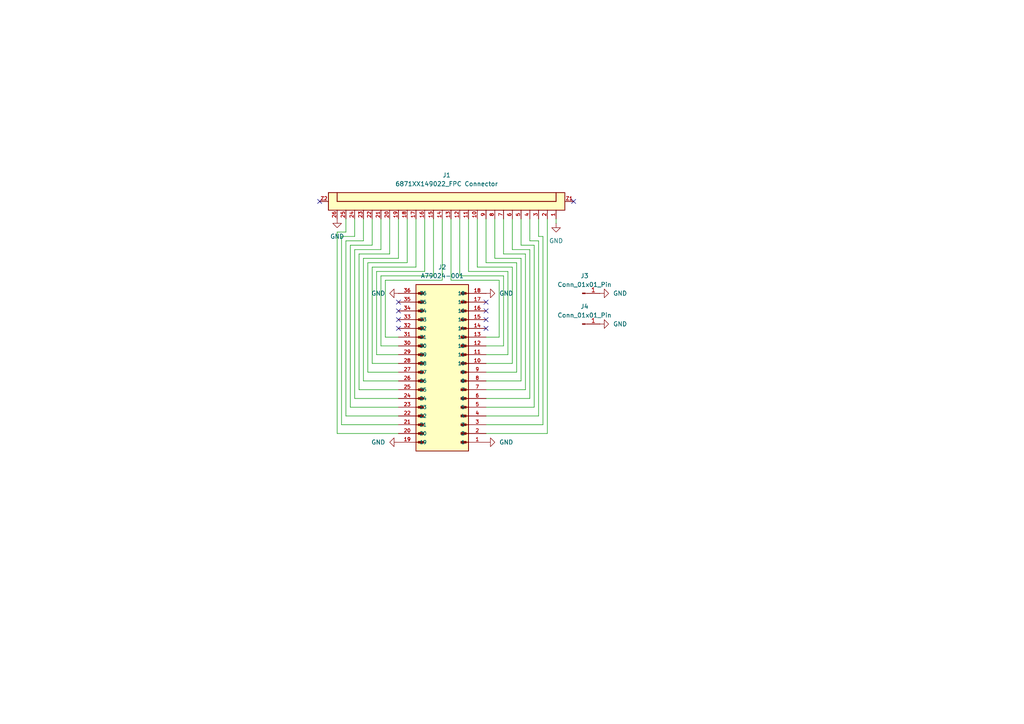
<source format=kicad_sch>
(kicad_sch
	(version 20250114)
	(generator "eeschema")
	(generator_version "9.0")
	(uuid "2c162d72-7e54-44b7-8007-614555c19f92")
	(paper "A4")
	(lib_symbols
		(symbol "36pin omnetics:A79024-001"
			(pin_names
				(offset 1.016)
			)
			(exclude_from_sim no)
			(in_bom yes)
			(on_board yes)
			(property "Reference" "J"
				(at -7.62 24.13 0)
				(effects
					(font
						(size 1.27 1.27)
					)
					(justify left bottom)
				)
			)
			(property "Value" "A79024-001"
				(at -7.62 -27.94 0)
				(effects
					(font
						(size 1.27 1.27)
					)
					(justify left bottom)
				)
			)
			(property "Footprint" "A79024-001:OMNETICS_A79024-001"
				(at 0 0 0)
				(effects
					(font
						(size 1.27 1.27)
					)
					(justify bottom)
					(hide yes)
				)
			)
			(property "Datasheet" ""
				(at 0 0 0)
				(effects
					(font
						(size 1.27 1.27)
					)
					(hide yes)
				)
			)
			(property "Description" ""
				(at 0 0 0)
				(effects
					(font
						(size 1.27 1.27)
					)
					(hide yes)
				)
			)
			(property "PARTREV" "D"
				(at 0 0 0)
				(effects
					(font
						(size 1.27 1.27)
					)
					(justify bottom)
					(hide yes)
				)
			)
			(property "STANDARD" "Manufacturer Recommendations"
				(at 0 0 0)
				(effects
					(font
						(size 1.27 1.27)
					)
					(justify bottom)
					(hide yes)
				)
			)
			(property "MAXIMUM_PACKAGE_HEIGHT" "1.78mm"
				(at 0 0 0)
				(effects
					(font
						(size 1.27 1.27)
					)
					(justify bottom)
					(hide yes)
				)
			)
			(property "MANUFACTURER" "Omnetics"
				(at 0 0 0)
				(effects
					(font
						(size 1.27 1.27)
					)
					(justify bottom)
					(hide yes)
				)
			)
			(symbol "A79024-001_0_0"
				(polyline
					(pts
						(xy -7.62 20.32) (xy -5.715 20.32)
					)
					(stroke
						(width 0.254)
						(type default)
					)
					(fill
						(type none)
					)
				)
				(polyline
					(pts
						(xy -7.62 17.78) (xy -5.715 17.78)
					)
					(stroke
						(width 0.254)
						(type default)
					)
					(fill
						(type none)
					)
				)
				(polyline
					(pts
						(xy -7.62 15.24) (xy -5.715 15.24)
					)
					(stroke
						(width 0.254)
						(type default)
					)
					(fill
						(type none)
					)
				)
				(polyline
					(pts
						(xy -7.62 12.7) (xy -5.715 12.7)
					)
					(stroke
						(width 0.254)
						(type default)
					)
					(fill
						(type none)
					)
				)
				(polyline
					(pts
						(xy -7.62 10.16) (xy -5.715 10.16)
					)
					(stroke
						(width 0.254)
						(type default)
					)
					(fill
						(type none)
					)
				)
				(polyline
					(pts
						(xy -7.62 7.62) (xy -5.715 7.62)
					)
					(stroke
						(width 0.254)
						(type default)
					)
					(fill
						(type none)
					)
				)
				(polyline
					(pts
						(xy -7.62 5.08) (xy -5.715 5.08)
					)
					(stroke
						(width 0.254)
						(type default)
					)
					(fill
						(type none)
					)
				)
				(polyline
					(pts
						(xy -7.62 2.54) (xy -5.715 2.54)
					)
					(stroke
						(width 0.254)
						(type default)
					)
					(fill
						(type none)
					)
				)
				(polyline
					(pts
						(xy -7.62 0) (xy -5.715 0)
					)
					(stroke
						(width 0.254)
						(type default)
					)
					(fill
						(type none)
					)
				)
				(polyline
					(pts
						(xy -7.62 -2.54) (xy -5.715 -2.54)
					)
					(stroke
						(width 0.254)
						(type default)
					)
					(fill
						(type none)
					)
				)
				(polyline
					(pts
						(xy -7.62 -5.08) (xy -5.715 -5.08)
					)
					(stroke
						(width 0.254)
						(type default)
					)
					(fill
						(type none)
					)
				)
				(polyline
					(pts
						(xy -7.62 -7.62) (xy -5.715 -7.62)
					)
					(stroke
						(width 0.254)
						(type default)
					)
					(fill
						(type none)
					)
				)
				(polyline
					(pts
						(xy -7.62 -10.16) (xy -5.715 -10.16)
					)
					(stroke
						(width 0.254)
						(type default)
					)
					(fill
						(type none)
					)
				)
				(polyline
					(pts
						(xy -7.62 -12.7) (xy -5.715 -12.7)
					)
					(stroke
						(width 0.254)
						(type default)
					)
					(fill
						(type none)
					)
				)
				(polyline
					(pts
						(xy -7.62 -15.24) (xy -5.715 -15.24)
					)
					(stroke
						(width 0.254)
						(type default)
					)
					(fill
						(type none)
					)
				)
				(polyline
					(pts
						(xy -7.62 -17.78) (xy -5.715 -17.78)
					)
					(stroke
						(width 0.254)
						(type default)
					)
					(fill
						(type none)
					)
				)
				(polyline
					(pts
						(xy -7.62 -20.32) (xy -5.715 -20.32)
					)
					(stroke
						(width 0.254)
						(type default)
					)
					(fill
						(type none)
					)
				)
				(polyline
					(pts
						(xy -7.62 -22.86) (xy -5.715 -22.86)
					)
					(stroke
						(width 0.254)
						(type default)
					)
					(fill
						(type none)
					)
				)
				(rectangle
					(start -7.62 -25.4)
					(end 7.62 22.86)
					(stroke
						(width 0.254)
						(type default)
					)
					(fill
						(type background)
					)
				)
				(rectangle
					(start -6.985 20.0025)
					(end -5.3975 20.6375)
					(stroke
						(width 0.1)
						(type default)
					)
					(fill
						(type outline)
					)
				)
				(rectangle
					(start -6.985 17.4625)
					(end -5.3975 18.0975)
					(stroke
						(width 0.1)
						(type default)
					)
					(fill
						(type outline)
					)
				)
				(rectangle
					(start -6.985 14.9225)
					(end -5.3975 15.5575)
					(stroke
						(width 0.1)
						(type default)
					)
					(fill
						(type outline)
					)
				)
				(rectangle
					(start -6.985 12.3825)
					(end -5.3975 13.0175)
					(stroke
						(width 0.1)
						(type default)
					)
					(fill
						(type outline)
					)
				)
				(rectangle
					(start -6.985 9.8425)
					(end -5.3975 10.4775)
					(stroke
						(width 0.1)
						(type default)
					)
					(fill
						(type outline)
					)
				)
				(rectangle
					(start -6.985 7.3025)
					(end -5.3975 7.9375)
					(stroke
						(width 0.1)
						(type default)
					)
					(fill
						(type outline)
					)
				)
				(rectangle
					(start -6.985 4.7625)
					(end -5.3975 5.3975)
					(stroke
						(width 0.1)
						(type default)
					)
					(fill
						(type outline)
					)
				)
				(rectangle
					(start -6.985 2.2225)
					(end -5.3975 2.8575)
					(stroke
						(width 0.1)
						(type default)
					)
					(fill
						(type outline)
					)
				)
				(rectangle
					(start -6.985 -0.3175)
					(end -5.3975 0.3175)
					(stroke
						(width 0.1)
						(type default)
					)
					(fill
						(type outline)
					)
				)
				(rectangle
					(start -6.985 -2.8575)
					(end -5.3975 -2.2225)
					(stroke
						(width 0.1)
						(type default)
					)
					(fill
						(type outline)
					)
				)
				(rectangle
					(start -6.985 -5.3975)
					(end -5.3975 -4.7625)
					(stroke
						(width 0.1)
						(type default)
					)
					(fill
						(type outline)
					)
				)
				(rectangle
					(start -6.985 -7.9375)
					(end -5.3975 -7.3025)
					(stroke
						(width 0.1)
						(type default)
					)
					(fill
						(type outline)
					)
				)
				(rectangle
					(start -6.985 -10.4775)
					(end -5.3975 -9.8425)
					(stroke
						(width 0.1)
						(type default)
					)
					(fill
						(type outline)
					)
				)
				(rectangle
					(start -6.985 -13.0175)
					(end -5.3975 -12.3825)
					(stroke
						(width 0.1)
						(type default)
					)
					(fill
						(type outline)
					)
				)
				(rectangle
					(start -6.985 -15.5575)
					(end -5.3975 -14.9225)
					(stroke
						(width 0.1)
						(type default)
					)
					(fill
						(type outline)
					)
				)
				(rectangle
					(start -6.985 -18.0975)
					(end -5.3975 -17.4625)
					(stroke
						(width 0.1)
						(type default)
					)
					(fill
						(type outline)
					)
				)
				(rectangle
					(start -6.985 -20.6375)
					(end -5.3975 -20.0025)
					(stroke
						(width 0.1)
						(type default)
					)
					(fill
						(type outline)
					)
				)
				(rectangle
					(start -6.985 -23.1775)
					(end -5.3975 -22.5425)
					(stroke
						(width 0.1)
						(type default)
					)
					(fill
						(type outline)
					)
				)
				(rectangle
					(start 5.3975 20.0025)
					(end 6.985 20.6375)
					(stroke
						(width 0.1)
						(type default)
					)
					(fill
						(type outline)
					)
				)
				(rectangle
					(start 5.3975 17.4625)
					(end 6.985 18.0975)
					(stroke
						(width 0.1)
						(type default)
					)
					(fill
						(type outline)
					)
				)
				(rectangle
					(start 5.3975 14.9225)
					(end 6.985 15.5575)
					(stroke
						(width 0.1)
						(type default)
					)
					(fill
						(type outline)
					)
				)
				(rectangle
					(start 5.3975 12.3825)
					(end 6.985 13.0175)
					(stroke
						(width 0.1)
						(type default)
					)
					(fill
						(type outline)
					)
				)
				(rectangle
					(start 5.3975 9.8425)
					(end 6.985 10.4775)
					(stroke
						(width 0.1)
						(type default)
					)
					(fill
						(type outline)
					)
				)
				(rectangle
					(start 5.3975 7.3025)
					(end 6.985 7.9375)
					(stroke
						(width 0.1)
						(type default)
					)
					(fill
						(type outline)
					)
				)
				(rectangle
					(start 5.3975 4.7625)
					(end 6.985 5.3975)
					(stroke
						(width 0.1)
						(type default)
					)
					(fill
						(type outline)
					)
				)
				(rectangle
					(start 5.3975 2.2225)
					(end 6.985 2.8575)
					(stroke
						(width 0.1)
						(type default)
					)
					(fill
						(type outline)
					)
				)
				(rectangle
					(start 5.3975 -0.3175)
					(end 6.985 0.3175)
					(stroke
						(width 0.1)
						(type default)
					)
					(fill
						(type outline)
					)
				)
				(rectangle
					(start 5.3975 -2.8575)
					(end 6.985 -2.2225)
					(stroke
						(width 0.1)
						(type default)
					)
					(fill
						(type outline)
					)
				)
				(rectangle
					(start 5.3975 -5.3975)
					(end 6.985 -4.7625)
					(stroke
						(width 0.1)
						(type default)
					)
					(fill
						(type outline)
					)
				)
				(rectangle
					(start 5.3975 -7.9375)
					(end 6.985 -7.3025)
					(stroke
						(width 0.1)
						(type default)
					)
					(fill
						(type outline)
					)
				)
				(rectangle
					(start 5.3975 -10.4775)
					(end 6.985 -9.8425)
					(stroke
						(width 0.1)
						(type default)
					)
					(fill
						(type outline)
					)
				)
				(rectangle
					(start 5.3975 -13.0175)
					(end 6.985 -12.3825)
					(stroke
						(width 0.1)
						(type default)
					)
					(fill
						(type outline)
					)
				)
				(rectangle
					(start 5.3975 -15.5575)
					(end 6.985 -14.9225)
					(stroke
						(width 0.1)
						(type default)
					)
					(fill
						(type outline)
					)
				)
				(rectangle
					(start 5.3975 -18.0975)
					(end 6.985 -17.4625)
					(stroke
						(width 0.1)
						(type default)
					)
					(fill
						(type outline)
					)
				)
				(rectangle
					(start 5.3975 -20.6375)
					(end 6.985 -20.0025)
					(stroke
						(width 0.1)
						(type default)
					)
					(fill
						(type outline)
					)
				)
				(rectangle
					(start 5.3975 -23.1775)
					(end 6.985 -22.5425)
					(stroke
						(width 0.1)
						(type default)
					)
					(fill
						(type outline)
					)
				)
				(polyline
					(pts
						(xy 7.62 20.32) (xy 5.715 20.32)
					)
					(stroke
						(width 0.254)
						(type default)
					)
					(fill
						(type none)
					)
				)
				(polyline
					(pts
						(xy 7.62 17.78) (xy 5.715 17.78)
					)
					(stroke
						(width 0.254)
						(type default)
					)
					(fill
						(type none)
					)
				)
				(polyline
					(pts
						(xy 7.62 15.24) (xy 5.715 15.24)
					)
					(stroke
						(width 0.254)
						(type default)
					)
					(fill
						(type none)
					)
				)
				(polyline
					(pts
						(xy 7.62 12.7) (xy 5.715 12.7)
					)
					(stroke
						(width 0.254)
						(type default)
					)
					(fill
						(type none)
					)
				)
				(polyline
					(pts
						(xy 7.62 10.16) (xy 5.715 10.16)
					)
					(stroke
						(width 0.254)
						(type default)
					)
					(fill
						(type none)
					)
				)
				(polyline
					(pts
						(xy 7.62 7.62) (xy 5.715 7.62)
					)
					(stroke
						(width 0.254)
						(type default)
					)
					(fill
						(type none)
					)
				)
				(polyline
					(pts
						(xy 7.62 5.08) (xy 5.715 5.08)
					)
					(stroke
						(width 0.254)
						(type default)
					)
					(fill
						(type none)
					)
				)
				(polyline
					(pts
						(xy 7.62 2.54) (xy 5.715 2.54)
					)
					(stroke
						(width 0.254)
						(type default)
					)
					(fill
						(type none)
					)
				)
				(polyline
					(pts
						(xy 7.62 0) (xy 5.715 0)
					)
					(stroke
						(width 0.254)
						(type default)
					)
					(fill
						(type none)
					)
				)
				(polyline
					(pts
						(xy 7.62 -2.54) (xy 5.715 -2.54)
					)
					(stroke
						(width 0.254)
						(type default)
					)
					(fill
						(type none)
					)
				)
				(polyline
					(pts
						(xy 7.62 -5.08) (xy 5.715 -5.08)
					)
					(stroke
						(width 0.254)
						(type default)
					)
					(fill
						(type none)
					)
				)
				(polyline
					(pts
						(xy 7.62 -7.62) (xy 5.715 -7.62)
					)
					(stroke
						(width 0.254)
						(type default)
					)
					(fill
						(type none)
					)
				)
				(polyline
					(pts
						(xy 7.62 -10.16) (xy 5.715 -10.16)
					)
					(stroke
						(width 0.254)
						(type default)
					)
					(fill
						(type none)
					)
				)
				(polyline
					(pts
						(xy 7.62 -12.7) (xy 5.715 -12.7)
					)
					(stroke
						(width 0.254)
						(type default)
					)
					(fill
						(type none)
					)
				)
				(polyline
					(pts
						(xy 7.62 -15.24) (xy 5.715 -15.24)
					)
					(stroke
						(width 0.254)
						(type default)
					)
					(fill
						(type none)
					)
				)
				(polyline
					(pts
						(xy 7.62 -17.78) (xy 5.715 -17.78)
					)
					(stroke
						(width 0.254)
						(type default)
					)
					(fill
						(type none)
					)
				)
				(polyline
					(pts
						(xy 7.62 -20.32) (xy 5.715 -20.32)
					)
					(stroke
						(width 0.254)
						(type default)
					)
					(fill
						(type none)
					)
				)
				(polyline
					(pts
						(xy 7.62 -22.86) (xy 5.715 -22.86)
					)
					(stroke
						(width 0.254)
						(type default)
					)
					(fill
						(type none)
					)
				)
				(pin passive line
					(at -12.7 20.32 0)
					(length 5.08)
					(name "1"
						(effects
							(font
								(size 1.016 1.016)
							)
						)
					)
					(number "1"
						(effects
							(font
								(size 1.016 1.016)
							)
						)
					)
				)
				(pin passive line
					(at -12.7 17.78 0)
					(length 5.08)
					(name "2"
						(effects
							(font
								(size 1.016 1.016)
							)
						)
					)
					(number "2"
						(effects
							(font
								(size 1.016 1.016)
							)
						)
					)
				)
				(pin passive line
					(at -12.7 15.24 0)
					(length 5.08)
					(name "3"
						(effects
							(font
								(size 1.016 1.016)
							)
						)
					)
					(number "3"
						(effects
							(font
								(size 1.016 1.016)
							)
						)
					)
				)
				(pin passive line
					(at -12.7 12.7 0)
					(length 5.08)
					(name "4"
						(effects
							(font
								(size 1.016 1.016)
							)
						)
					)
					(number "4"
						(effects
							(font
								(size 1.016 1.016)
							)
						)
					)
				)
				(pin passive line
					(at -12.7 10.16 0)
					(length 5.08)
					(name "5"
						(effects
							(font
								(size 1.016 1.016)
							)
						)
					)
					(number "5"
						(effects
							(font
								(size 1.016 1.016)
							)
						)
					)
				)
				(pin passive line
					(at -12.7 7.62 0)
					(length 5.08)
					(name "6"
						(effects
							(font
								(size 1.016 1.016)
							)
						)
					)
					(number "6"
						(effects
							(font
								(size 1.016 1.016)
							)
						)
					)
				)
				(pin passive line
					(at -12.7 5.08 0)
					(length 5.08)
					(name "7"
						(effects
							(font
								(size 1.016 1.016)
							)
						)
					)
					(number "7"
						(effects
							(font
								(size 1.016 1.016)
							)
						)
					)
				)
				(pin passive line
					(at -12.7 2.54 0)
					(length 5.08)
					(name "8"
						(effects
							(font
								(size 1.016 1.016)
							)
						)
					)
					(number "8"
						(effects
							(font
								(size 1.016 1.016)
							)
						)
					)
				)
				(pin passive line
					(at -12.7 0 0)
					(length 5.08)
					(name "9"
						(effects
							(font
								(size 1.016 1.016)
							)
						)
					)
					(number "9"
						(effects
							(font
								(size 1.016 1.016)
							)
						)
					)
				)
				(pin passive line
					(at -12.7 -2.54 0)
					(length 5.08)
					(name "10"
						(effects
							(font
								(size 1.016 1.016)
							)
						)
					)
					(number "10"
						(effects
							(font
								(size 1.016 1.016)
							)
						)
					)
				)
				(pin passive line
					(at -12.7 -5.08 0)
					(length 5.08)
					(name "11"
						(effects
							(font
								(size 1.016 1.016)
							)
						)
					)
					(number "11"
						(effects
							(font
								(size 1.016 1.016)
							)
						)
					)
				)
				(pin passive line
					(at -12.7 -7.62 0)
					(length 5.08)
					(name "12"
						(effects
							(font
								(size 1.016 1.016)
							)
						)
					)
					(number "12"
						(effects
							(font
								(size 1.016 1.016)
							)
						)
					)
				)
				(pin passive line
					(at -12.7 -10.16 0)
					(length 5.08)
					(name "13"
						(effects
							(font
								(size 1.016 1.016)
							)
						)
					)
					(number "13"
						(effects
							(font
								(size 1.016 1.016)
							)
						)
					)
				)
				(pin passive line
					(at -12.7 -12.7 0)
					(length 5.08)
					(name "14"
						(effects
							(font
								(size 1.016 1.016)
							)
						)
					)
					(number "14"
						(effects
							(font
								(size 1.016 1.016)
							)
						)
					)
				)
				(pin passive line
					(at -12.7 -15.24 0)
					(length 5.08)
					(name "15"
						(effects
							(font
								(size 1.016 1.016)
							)
						)
					)
					(number "15"
						(effects
							(font
								(size 1.016 1.016)
							)
						)
					)
				)
				(pin passive line
					(at -12.7 -17.78 0)
					(length 5.08)
					(name "16"
						(effects
							(font
								(size 1.016 1.016)
							)
						)
					)
					(number "16"
						(effects
							(font
								(size 1.016 1.016)
							)
						)
					)
				)
				(pin passive line
					(at -12.7 -20.32 0)
					(length 5.08)
					(name "17"
						(effects
							(font
								(size 1.016 1.016)
							)
						)
					)
					(number "17"
						(effects
							(font
								(size 1.016 1.016)
							)
						)
					)
				)
				(pin passive line
					(at -12.7 -22.86 0)
					(length 5.08)
					(name "18"
						(effects
							(font
								(size 1.016 1.016)
							)
						)
					)
					(number "18"
						(effects
							(font
								(size 1.016 1.016)
							)
						)
					)
				)
				(pin passive line
					(at 12.7 20.32 180)
					(length 5.08)
					(name "19"
						(effects
							(font
								(size 1.016 1.016)
							)
						)
					)
					(number "19"
						(effects
							(font
								(size 1.016 1.016)
							)
						)
					)
				)
				(pin passive line
					(at 12.7 17.78 180)
					(length 5.08)
					(name "20"
						(effects
							(font
								(size 1.016 1.016)
							)
						)
					)
					(number "20"
						(effects
							(font
								(size 1.016 1.016)
							)
						)
					)
				)
				(pin passive line
					(at 12.7 15.24 180)
					(length 5.08)
					(name "21"
						(effects
							(font
								(size 1.016 1.016)
							)
						)
					)
					(number "21"
						(effects
							(font
								(size 1.016 1.016)
							)
						)
					)
				)
				(pin passive line
					(at 12.7 12.7 180)
					(length 5.08)
					(name "22"
						(effects
							(font
								(size 1.016 1.016)
							)
						)
					)
					(number "22"
						(effects
							(font
								(size 1.016 1.016)
							)
						)
					)
				)
				(pin passive line
					(at 12.7 10.16 180)
					(length 5.08)
					(name "23"
						(effects
							(font
								(size 1.016 1.016)
							)
						)
					)
					(number "23"
						(effects
							(font
								(size 1.016 1.016)
							)
						)
					)
				)
				(pin passive line
					(at 12.7 7.62 180)
					(length 5.08)
					(name "24"
						(effects
							(font
								(size 1.016 1.016)
							)
						)
					)
					(number "24"
						(effects
							(font
								(size 1.016 1.016)
							)
						)
					)
				)
				(pin passive line
					(at 12.7 5.08 180)
					(length 5.08)
					(name "25"
						(effects
							(font
								(size 1.016 1.016)
							)
						)
					)
					(number "25"
						(effects
							(font
								(size 1.016 1.016)
							)
						)
					)
				)
				(pin passive line
					(at 12.7 2.54 180)
					(length 5.08)
					(name "26"
						(effects
							(font
								(size 1.016 1.016)
							)
						)
					)
					(number "26"
						(effects
							(font
								(size 1.016 1.016)
							)
						)
					)
				)
				(pin passive line
					(at 12.7 0 180)
					(length 5.08)
					(name "27"
						(effects
							(font
								(size 1.016 1.016)
							)
						)
					)
					(number "27"
						(effects
							(font
								(size 1.016 1.016)
							)
						)
					)
				)
				(pin passive line
					(at 12.7 -2.54 180)
					(length 5.08)
					(name "28"
						(effects
							(font
								(size 1.016 1.016)
							)
						)
					)
					(number "28"
						(effects
							(font
								(size 1.016 1.016)
							)
						)
					)
				)
				(pin passive line
					(at 12.7 -5.08 180)
					(length 5.08)
					(name "29"
						(effects
							(font
								(size 1.016 1.016)
							)
						)
					)
					(number "29"
						(effects
							(font
								(size 1.016 1.016)
							)
						)
					)
				)
				(pin passive line
					(at 12.7 -7.62 180)
					(length 5.08)
					(name "30"
						(effects
							(font
								(size 1.016 1.016)
							)
						)
					)
					(number "30"
						(effects
							(font
								(size 1.016 1.016)
							)
						)
					)
				)
				(pin passive line
					(at 12.7 -10.16 180)
					(length 5.08)
					(name "31"
						(effects
							(font
								(size 1.016 1.016)
							)
						)
					)
					(number "31"
						(effects
							(font
								(size 1.016 1.016)
							)
						)
					)
				)
				(pin passive line
					(at 12.7 -12.7 180)
					(length 5.08)
					(name "32"
						(effects
							(font
								(size 1.016 1.016)
							)
						)
					)
					(number "32"
						(effects
							(font
								(size 1.016 1.016)
							)
						)
					)
				)
				(pin passive line
					(at 12.7 -15.24 180)
					(length 5.08)
					(name "33"
						(effects
							(font
								(size 1.016 1.016)
							)
						)
					)
					(number "33"
						(effects
							(font
								(size 1.016 1.016)
							)
						)
					)
				)
				(pin passive line
					(at 12.7 -17.78 180)
					(length 5.08)
					(name "34"
						(effects
							(font
								(size 1.016 1.016)
							)
						)
					)
					(number "34"
						(effects
							(font
								(size 1.016 1.016)
							)
						)
					)
				)
				(pin passive line
					(at 12.7 -20.32 180)
					(length 5.08)
					(name "35"
						(effects
							(font
								(size 1.016 1.016)
							)
						)
					)
					(number "35"
						(effects
							(font
								(size 1.016 1.016)
							)
						)
					)
				)
				(pin passive line
					(at 12.7 -22.86 180)
					(length 5.08)
					(name "36"
						(effects
							(font
								(size 1.016 1.016)
							)
						)
					)
					(number "36"
						(effects
							(font
								(size 1.016 1.016)
							)
						)
					)
				)
			)
			(embedded_fonts no)
		)
		(symbol "6871XX149022_687126149022:6871XX149022_FPC Connector"
			(pin_names
				(offset 1.016)
			)
			(exclude_from_sim no)
			(in_bom yes)
			(on_board yes)
			(property "Reference" "J"
				(at -1.27 3.048 0)
				(effects
					(font
						(size 1.27 1.27)
					)
					(justify bottom)
				)
			)
			(property "Value" "6871XX149022_FPC Connector"
				(at 31.45 -5.08 0)
				(effects
					(font
						(size 1.27 1.27)
					)
					(justify left bottom)
				)
			)
			(property "Footprint" "6871XX149022_687126149022:687126149022"
				(at 0 0 0)
				(effects
					(font
						(size 1.27 1.27)
					)
					(justify bottom)
					(hide yes)
				)
			)
			(property "Datasheet" ""
				(at 0 0 0)
				(effects
					(font
						(size 1.27 1.27)
					)
					(hide yes)
				)
			)
			(property "Description" ""
				(at 0 0 0)
				(effects
					(font
						(size 1.27 1.27)
					)
					(hide yes)
				)
			)
			(property "MF" "Würth Elektronik"
				(at 0 0 0)
				(effects
					(font
						(size 1.27 1.27)
					)
					(justify bottom)
					(hide yes)
				)
			)
			(property "Description_1" "26 Position FFC, FPC Connector Contacts, Bottom 0.020 (0.50mm) Surface Mount, Right Angle"
				(at 0 0 0)
				(effects
					(font
						(size 1.27 1.27)
					)
					(justify bottom)
					(hide yes)
				)
			)
			(property "Package" "None"
				(at 0 0 0)
				(effects
					(font
						(size 1.27 1.27)
					)
					(justify bottom)
					(hide yes)
				)
			)
			(property "Price" "None"
				(at 0 0 0)
				(effects
					(font
						(size 1.27 1.27)
					)
					(justify bottom)
					(hide yes)
				)
			)
			(property "SnapEDA_Link" "https://www.snapeda.com/parts/687126149022/W%25C3%25BCrth+Elektronik+Midcom/view-part/?ref=snap"
				(at -0.508 6.604 0)
				(effects
					(font
						(size 1.27 1.27)
					)
					(justify bottom)
					(hide yes)
				)
			)
			(property "MP" "687126149022"
				(at 0 0 0)
				(effects
					(font
						(size 1.27 1.27)
					)
					(justify bottom)
					(hide yes)
				)
			)
			(property "Availability" "In Stock"
				(at 0 0 0)
				(effects
					(font
						(size 1.27 1.27)
					)
					(justify bottom)
					(hide yes)
				)
			)
			(property "Check_prices" "https://www.snapeda.com/parts/687126149022/W%25C3%25BCrth+Elektronik+Midcom/view-part/?ref=eda"
				(at -2.54 4.064 0)
				(effects
					(font
						(size 1.27 1.27)
					)
					(justify bottom)
					(hide yes)
				)
			)
			(symbol "6871XX149022_FPC Connector_0_0"
				(rectangle
					(start -35.56 -2.54)
					(end 33.02 2.54)
					(stroke
						(width 0.254)
						(type default)
					)
					(fill
						(type background)
					)
				)
				(polyline
					(pts
						(xy -33.02 2.54) (xy -33.02 0)
					)
					(stroke
						(width 0.254)
						(type default)
					)
					(fill
						(type none)
					)
				)
				(polyline
					(pts
						(xy -33.02 0) (xy 30.48 0)
					)
					(stroke
						(width 0.254)
						(type default)
					)
					(fill
						(type none)
					)
				)
				(polyline
					(pts
						(xy 30.48 0) (xy 30.48 2.54)
					)
					(stroke
						(width 0.254)
						(type default)
					)
					(fill
						(type none)
					)
				)
				(pin passive line
					(at -38.1 0 0)
					(length 2.54)
					(name "~"
						(effects
							(font
								(size 1.016 1.016)
							)
						)
					)
					(number "Z2"
						(effects
							(font
								(size 1.016 1.016)
							)
						)
					)
				)
				(pin passive line
					(at -33.02 -5.08 90)
					(length 2.54)
					(name "~"
						(effects
							(font
								(size 1.016 1.016)
							)
						)
					)
					(number "26"
						(effects
							(font
								(size 1.016 1.016)
							)
						)
					)
				)
				(pin passive line
					(at -30.48 -5.08 90)
					(length 2.54)
					(name "~"
						(effects
							(font
								(size 1.016 1.016)
							)
						)
					)
					(number "25"
						(effects
							(font
								(size 1.016 1.016)
							)
						)
					)
				)
				(pin passive line
					(at -27.94 -5.08 90)
					(length 2.54)
					(name "~"
						(effects
							(font
								(size 1.016 1.016)
							)
						)
					)
					(number "24"
						(effects
							(font
								(size 1.016 1.016)
							)
						)
					)
				)
				(pin passive line
					(at -25.4 -5.08 90)
					(length 2.54)
					(name "~"
						(effects
							(font
								(size 1.016 1.016)
							)
						)
					)
					(number "23"
						(effects
							(font
								(size 1.016 1.016)
							)
						)
					)
				)
				(pin passive line
					(at -22.86 -5.08 90)
					(length 2.54)
					(name "~"
						(effects
							(font
								(size 1.016 1.016)
							)
						)
					)
					(number "22"
						(effects
							(font
								(size 1.016 1.016)
							)
						)
					)
				)
				(pin passive line
					(at -20.32 -5.08 90)
					(length 2.54)
					(name "~"
						(effects
							(font
								(size 1.016 1.016)
							)
						)
					)
					(number "21"
						(effects
							(font
								(size 1.016 1.016)
							)
						)
					)
				)
				(pin passive line
					(at -17.78 -5.08 90)
					(length 2.54)
					(name "~"
						(effects
							(font
								(size 1.016 1.016)
							)
						)
					)
					(number "20"
						(effects
							(font
								(size 1.016 1.016)
							)
						)
					)
				)
				(pin passive line
					(at -15.24 -5.08 90)
					(length 2.54)
					(name "~"
						(effects
							(font
								(size 1.016 1.016)
							)
						)
					)
					(number "19"
						(effects
							(font
								(size 1.016 1.016)
							)
						)
					)
				)
				(pin passive line
					(at -12.7 -5.08 90)
					(length 2.54)
					(name "~"
						(effects
							(font
								(size 1.016 1.016)
							)
						)
					)
					(number "18"
						(effects
							(font
								(size 1.016 1.016)
							)
						)
					)
				)
				(pin passive line
					(at -10.16 -5.08 90)
					(length 2.54)
					(name "~"
						(effects
							(font
								(size 1.016 1.016)
							)
						)
					)
					(number "17"
						(effects
							(font
								(size 1.016 1.016)
							)
						)
					)
				)
				(pin passive line
					(at -7.62 -5.08 90)
					(length 2.54)
					(name "~"
						(effects
							(font
								(size 1.016 1.016)
							)
						)
					)
					(number "16"
						(effects
							(font
								(size 1.016 1.016)
							)
						)
					)
				)
				(pin passive line
					(at -5.08 -5.08 90)
					(length 2.54)
					(name "~"
						(effects
							(font
								(size 1.016 1.016)
							)
						)
					)
					(number "15"
						(effects
							(font
								(size 1.016 1.016)
							)
						)
					)
				)
				(pin passive line
					(at -2.54 -5.08 90)
					(length 2.54)
					(name "~"
						(effects
							(font
								(size 1.016 1.016)
							)
						)
					)
					(number "14"
						(effects
							(font
								(size 1.016 1.016)
							)
						)
					)
				)
				(pin passive line
					(at 0 -5.08 90)
					(length 2.54)
					(name "~"
						(effects
							(font
								(size 1.016 1.016)
							)
						)
					)
					(number "13"
						(effects
							(font
								(size 1.016 1.016)
							)
						)
					)
				)
				(pin passive line
					(at 2.54 -5.08 90)
					(length 2.54)
					(name "~"
						(effects
							(font
								(size 1.016 1.016)
							)
						)
					)
					(number "12"
						(effects
							(font
								(size 1.016 1.016)
							)
						)
					)
				)
				(pin passive line
					(at 5.08 -5.08 90)
					(length 2.54)
					(name "~"
						(effects
							(font
								(size 1.016 1.016)
							)
						)
					)
					(number "11"
						(effects
							(font
								(size 1.016 1.016)
							)
						)
					)
				)
				(pin passive line
					(at 7.62 -5.08 90)
					(length 2.54)
					(name "~"
						(effects
							(font
								(size 1.016 1.016)
							)
						)
					)
					(number "10"
						(effects
							(font
								(size 1.016 1.016)
							)
						)
					)
				)
				(pin passive line
					(at 10.16 -5.08 90)
					(length 2.54)
					(name "~"
						(effects
							(font
								(size 1.016 1.016)
							)
						)
					)
					(number "9"
						(effects
							(font
								(size 1.016 1.016)
							)
						)
					)
				)
				(pin passive line
					(at 12.7 -5.08 90)
					(length 2.54)
					(name "~"
						(effects
							(font
								(size 1.016 1.016)
							)
						)
					)
					(number "8"
						(effects
							(font
								(size 1.016 1.016)
							)
						)
					)
				)
				(pin passive line
					(at 15.24 -5.08 90)
					(length 2.54)
					(name "~"
						(effects
							(font
								(size 1.016 1.016)
							)
						)
					)
					(number "7"
						(effects
							(font
								(size 1.016 1.016)
							)
						)
					)
				)
				(pin passive line
					(at 17.78 -5.08 90)
					(length 2.54)
					(name "~"
						(effects
							(font
								(size 1.016 1.016)
							)
						)
					)
					(number "6"
						(effects
							(font
								(size 1.016 1.016)
							)
						)
					)
				)
				(pin passive line
					(at 20.32 -5.08 90)
					(length 2.54)
					(name "~"
						(effects
							(font
								(size 1.016 1.016)
							)
						)
					)
					(number "5"
						(effects
							(font
								(size 1.016 1.016)
							)
						)
					)
				)
				(pin passive line
					(at 22.86 -5.08 90)
					(length 2.54)
					(name "~"
						(effects
							(font
								(size 1.016 1.016)
							)
						)
					)
					(number "4"
						(effects
							(font
								(size 1.016 1.016)
							)
						)
					)
				)
				(pin passive line
					(at 25.4 -5.08 90)
					(length 2.54)
					(name "~"
						(effects
							(font
								(size 1.016 1.016)
							)
						)
					)
					(number "3"
						(effects
							(font
								(size 1.016 1.016)
							)
						)
					)
				)
				(pin passive line
					(at 27.94 -5.08 90)
					(length 2.54)
					(name "~"
						(effects
							(font
								(size 1.016 1.016)
							)
						)
					)
					(number "2"
						(effects
							(font
								(size 1.016 1.016)
							)
						)
					)
				)
				(pin passive line
					(at 30.48 -5.08 90)
					(length 2.54)
					(name "~"
						(effects
							(font
								(size 1.016 1.016)
							)
						)
					)
					(number "1"
						(effects
							(font
								(size 1.016 1.016)
							)
						)
					)
				)
				(pin passive line
					(at 35.56 0 180)
					(length 2.54)
					(name "~"
						(effects
							(font
								(size 1.016 1.016)
							)
						)
					)
					(number "Z1"
						(effects
							(font
								(size 1.016 1.016)
							)
						)
					)
				)
			)
			(embedded_fonts no)
		)
		(symbol "Connector:Conn_01x01_Pin"
			(pin_names
				(offset 1.016)
				(hide yes)
			)
			(exclude_from_sim no)
			(in_bom yes)
			(on_board yes)
			(property "Reference" "J"
				(at 0 2.54 0)
				(effects
					(font
						(size 1.27 1.27)
					)
				)
			)
			(property "Value" "Conn_01x01_Pin"
				(at 0 -2.54 0)
				(effects
					(font
						(size 1.27 1.27)
					)
				)
			)
			(property "Footprint" ""
				(at 0 0 0)
				(effects
					(font
						(size 1.27 1.27)
					)
					(hide yes)
				)
			)
			(property "Datasheet" "~"
				(at 0 0 0)
				(effects
					(font
						(size 1.27 1.27)
					)
					(hide yes)
				)
			)
			(property "Description" "Generic connector, single row, 01x01, script generated"
				(at 0 0 0)
				(effects
					(font
						(size 1.27 1.27)
					)
					(hide yes)
				)
			)
			(property "ki_locked" ""
				(at 0 0 0)
				(effects
					(font
						(size 1.27 1.27)
					)
				)
			)
			(property "ki_keywords" "connector"
				(at 0 0 0)
				(effects
					(font
						(size 1.27 1.27)
					)
					(hide yes)
				)
			)
			(property "ki_fp_filters" "Connector*:*_1x??_*"
				(at 0 0 0)
				(effects
					(font
						(size 1.27 1.27)
					)
					(hide yes)
				)
			)
			(symbol "Conn_01x01_Pin_1_1"
				(rectangle
					(start 0.8636 0.127)
					(end 0 -0.127)
					(stroke
						(width 0.1524)
						(type default)
					)
					(fill
						(type outline)
					)
				)
				(polyline
					(pts
						(xy 1.27 0) (xy 0.8636 0)
					)
					(stroke
						(width 0.1524)
						(type default)
					)
					(fill
						(type none)
					)
				)
				(pin passive line
					(at 5.08 0 180)
					(length 3.81)
					(name "Pin_1"
						(effects
							(font
								(size 1.27 1.27)
							)
						)
					)
					(number "1"
						(effects
							(font
								(size 1.27 1.27)
							)
						)
					)
				)
			)
			(embedded_fonts no)
		)
		(symbol "power:GND"
			(power)
			(pin_numbers
				(hide yes)
			)
			(pin_names
				(offset 0)
				(hide yes)
			)
			(exclude_from_sim no)
			(in_bom yes)
			(on_board yes)
			(property "Reference" "#PWR"
				(at 0 -6.35 0)
				(effects
					(font
						(size 1.27 1.27)
					)
					(hide yes)
				)
			)
			(property "Value" "GND"
				(at 0 -3.81 0)
				(effects
					(font
						(size 1.27 1.27)
					)
				)
			)
			(property "Footprint" ""
				(at 0 0 0)
				(effects
					(font
						(size 1.27 1.27)
					)
					(hide yes)
				)
			)
			(property "Datasheet" ""
				(at 0 0 0)
				(effects
					(font
						(size 1.27 1.27)
					)
					(hide yes)
				)
			)
			(property "Description" "Power symbol creates a global label with name \"GND\" , ground"
				(at 0 0 0)
				(effects
					(font
						(size 1.27 1.27)
					)
					(hide yes)
				)
			)
			(property "ki_keywords" "global power"
				(at 0 0 0)
				(effects
					(font
						(size 1.27 1.27)
					)
					(hide yes)
				)
			)
			(symbol "GND_0_1"
				(polyline
					(pts
						(xy 0 0) (xy 0 -1.27) (xy 1.27 -1.27) (xy 0 -2.54) (xy -1.27 -1.27) (xy 0 -1.27)
					)
					(stroke
						(width 0)
						(type default)
					)
					(fill
						(type none)
					)
				)
			)
			(symbol "GND_1_1"
				(pin power_in line
					(at 0 0 270)
					(length 0)
					(name "~"
						(effects
							(font
								(size 1.27 1.27)
							)
						)
					)
					(number "1"
						(effects
							(font
								(size 1.27 1.27)
							)
						)
					)
				)
			)
			(embedded_fonts no)
		)
	)
	(no_connect
		(at 115.57 95.25)
		(uuid "37cca4b2-acc6-49ec-b42e-ef88d011f3ae")
	)
	(no_connect
		(at 115.57 87.63)
		(uuid "3f688a5c-613e-421b-8e56-232fc5b47e84")
	)
	(no_connect
		(at 140.97 95.25)
		(uuid "41dbd983-5452-4073-87d9-49af86cc743e")
	)
	(no_connect
		(at 115.57 92.71)
		(uuid "6159e8d1-b2ea-42ff-9b78-5305efe0d53f")
	)
	(no_connect
		(at 115.57 90.17)
		(uuid "66d2c407-581a-4291-9230-d618fd23b962")
	)
	(no_connect
		(at 166.37 58.42)
		(uuid "75dbf61b-f133-4d23-b023-8d54b4607491")
	)
	(no_connect
		(at 140.97 92.71)
		(uuid "876afef3-ff72-474b-b966-8844b6ab834e")
	)
	(no_connect
		(at 140.97 87.63)
		(uuid "95c2f2d5-1771-4b5c-9860-b29f0127e4dc")
	)
	(no_connect
		(at 140.97 90.17)
		(uuid "b6fd15e9-d5f0-437f-b124-0b7745aded56")
	)
	(no_connect
		(at 92.71 58.42)
		(uuid "c5e1bb6a-2e05-4a23-a275-247b5e662ce3")
	)
	(wire
		(pts
			(xy 130.81 81.28) (xy 144.78 81.28)
		)
		(stroke
			(width 0)
			(type default)
		)
		(uuid "01332d30-3abf-46b4-8fcc-0dcca88b8fa4")
	)
	(wire
		(pts
			(xy 156.21 120.65) (xy 156.21 69.85)
		)
		(stroke
			(width 0)
			(type default)
		)
		(uuid "04606b35-95b8-4ab2-bf36-c4274d11734d")
	)
	(wire
		(pts
			(xy 115.57 105.41) (xy 107.95 105.41)
		)
		(stroke
			(width 0)
			(type default)
		)
		(uuid "0661103b-343b-428d-b345-382ad1d9fa9b")
	)
	(wire
		(pts
			(xy 105.41 69.85) (xy 105.41 63.5)
		)
		(stroke
			(width 0)
			(type default)
		)
		(uuid "0a60618a-474c-4a10-b5f5-2f00302e76f9")
	)
	(wire
		(pts
			(xy 110.49 100.33) (xy 110.49 80.01)
		)
		(stroke
			(width 0)
			(type default)
		)
		(uuid "0a93230d-ceec-4cb4-96f8-a71fe182186a")
	)
	(wire
		(pts
			(xy 153.67 72.39) (xy 148.59 72.39)
		)
		(stroke
			(width 0)
			(type default)
		)
		(uuid "0c4a0f50-0709-4646-9d35-b5c262b73fb3")
	)
	(wire
		(pts
			(xy 100.33 69.85) (xy 105.41 69.85)
		)
		(stroke
			(width 0)
			(type default)
		)
		(uuid "1016a02f-80b6-41bb-8d87-bbb640085d57")
	)
	(wire
		(pts
			(xy 153.67 115.57) (xy 153.67 72.39)
		)
		(stroke
			(width 0)
			(type default)
		)
		(uuid "15cee588-bd52-4e38-9fd5-005f8b76929e")
	)
	(wire
		(pts
			(xy 146.05 100.33) (xy 146.05 80.01)
		)
		(stroke
			(width 0)
			(type default)
		)
		(uuid "1a646ccc-b7ca-4cf9-9a84-15eec1ae5a8f")
	)
	(wire
		(pts
			(xy 107.95 105.41) (xy 107.95 77.47)
		)
		(stroke
			(width 0)
			(type default)
		)
		(uuid "1d81ab8d-8fd5-4cd0-871d-fef40e956608")
	)
	(wire
		(pts
			(xy 128.27 81.28) (xy 111.76 81.28)
		)
		(stroke
			(width 0)
			(type default)
		)
		(uuid "1edb9c9f-a015-4c95-8253-510999b6e92b")
	)
	(wire
		(pts
			(xy 151.13 63.5) (xy 151.13 71.12)
		)
		(stroke
			(width 0)
			(type default)
		)
		(uuid "23c3e77c-55f3-4f69-9924-d485ebe1040f")
	)
	(wire
		(pts
			(xy 140.97 110.49) (xy 151.13 110.49)
		)
		(stroke
			(width 0)
			(type default)
		)
		(uuid "2450320f-b5fc-438c-9338-3259e2eea71f")
	)
	(wire
		(pts
			(xy 143.51 74.93) (xy 143.51 63.5)
		)
		(stroke
			(width 0)
			(type default)
		)
		(uuid "2588c971-96f3-4444-8778-7e71c8630f75")
	)
	(wire
		(pts
			(xy 113.03 63.5) (xy 113.03 73.66)
		)
		(stroke
			(width 0)
			(type default)
		)
		(uuid "25c6aca8-790a-4174-b820-6101abc88c9a")
	)
	(wire
		(pts
			(xy 120.65 77.47) (xy 120.65 63.5)
		)
		(stroke
			(width 0)
			(type default)
		)
		(uuid "26f5f4f1-7067-4099-b816-7098a1d03709")
	)
	(wire
		(pts
			(xy 107.95 63.5) (xy 107.95 71.12)
		)
		(stroke
			(width 0)
			(type default)
		)
		(uuid "288b60a4-df11-47a7-a281-17c74e7c598c")
	)
	(wire
		(pts
			(xy 140.97 120.65) (xy 156.21 120.65)
		)
		(stroke
			(width 0)
			(type default)
		)
		(uuid "2f27d706-e154-478a-a83e-7ae041ce2e31")
	)
	(wire
		(pts
			(xy 107.95 71.12) (xy 101.6 71.12)
		)
		(stroke
			(width 0)
			(type default)
		)
		(uuid "37955f73-7c0e-4d29-83df-d4db0a37edaf")
	)
	(wire
		(pts
			(xy 110.49 72.39) (xy 110.49 63.5)
		)
		(stroke
			(width 0)
			(type default)
		)
		(uuid "399626c1-d4cb-4526-94c2-5c189216bb55")
	)
	(wire
		(pts
			(xy 102.87 63.5) (xy 102.87 68.58)
		)
		(stroke
			(width 0)
			(type default)
		)
		(uuid "3d62c019-2440-4f82-a9bd-7b3b1b8b09ef")
	)
	(wire
		(pts
			(xy 151.13 110.49) (xy 151.13 74.93)
		)
		(stroke
			(width 0)
			(type default)
		)
		(uuid "3ef3f622-a06d-4d93-b1df-1e0b5baf25b9")
	)
	(wire
		(pts
			(xy 135.89 78.74) (xy 147.32 78.74)
		)
		(stroke
			(width 0)
			(type default)
		)
		(uuid "42609b4d-fecc-4422-867f-e14c06f278e3")
	)
	(wire
		(pts
			(xy 99.06 68.58) (xy 99.06 123.19)
		)
		(stroke
			(width 0)
			(type default)
		)
		(uuid "432e5cd0-cfc5-4ba8-911c-bf42dbb5e4b7")
	)
	(wire
		(pts
			(xy 135.89 63.5) (xy 135.89 78.74)
		)
		(stroke
			(width 0)
			(type default)
		)
		(uuid "51a9d469-1dc5-4c32-9896-dd79c2cc2b24")
	)
	(wire
		(pts
			(xy 123.19 78.74) (xy 109.22 78.74)
		)
		(stroke
			(width 0)
			(type default)
		)
		(uuid "5213d429-fae0-4439-9432-e2d618de427c")
	)
	(wire
		(pts
			(xy 144.78 81.28) (xy 144.78 97.79)
		)
		(stroke
			(width 0)
			(type default)
		)
		(uuid "5706853f-fb6a-4201-b757-3e51d0f31489")
	)
	(wire
		(pts
			(xy 156.21 68.58) (xy 157.48 68.58)
		)
		(stroke
			(width 0)
			(type default)
		)
		(uuid "5a97fa10-3d07-4d59-9f24-3201617fe488")
	)
	(wire
		(pts
			(xy 102.87 72.39) (xy 110.49 72.39)
		)
		(stroke
			(width 0)
			(type default)
		)
		(uuid "5adf931c-c661-40b9-95c0-f39b3c6c29b4")
	)
	(wire
		(pts
			(xy 115.57 115.57) (xy 102.87 115.57)
		)
		(stroke
			(width 0)
			(type default)
		)
		(uuid "5befd6dd-0faa-4808-ad3e-2d0bce5dd331")
	)
	(wire
		(pts
			(xy 109.22 78.74) (xy 109.22 102.87)
		)
		(stroke
			(width 0)
			(type default)
		)
		(uuid "5c288e18-f64c-41fd-bb9e-eb925f198e17")
	)
	(wire
		(pts
			(xy 157.48 123.19) (xy 140.97 123.19)
		)
		(stroke
			(width 0)
			(type default)
		)
		(uuid "5fa37067-7d9f-4e4d-9064-72acf35a7eaf")
	)
	(wire
		(pts
			(xy 118.11 76.2) (xy 106.68 76.2)
		)
		(stroke
			(width 0)
			(type default)
		)
		(uuid "6103d2e1-88c3-42ce-8863-9eaca12d8760")
	)
	(wire
		(pts
			(xy 140.97 107.95) (xy 149.86 107.95)
		)
		(stroke
			(width 0)
			(type default)
		)
		(uuid "6128852f-5ae7-4ccc-89e1-a2c401f40b8c")
	)
	(wire
		(pts
			(xy 101.6 71.12) (xy 101.6 118.11)
		)
		(stroke
			(width 0)
			(type default)
		)
		(uuid "68ea207a-f7ef-440d-bf16-20b91feefe98")
	)
	(wire
		(pts
			(xy 100.33 67.31) (xy 100.33 63.5)
		)
		(stroke
			(width 0)
			(type default)
		)
		(uuid "69a44e60-5806-46ac-b0f3-879010bd6719")
	)
	(wire
		(pts
			(xy 128.27 63.5) (xy 128.27 81.28)
		)
		(stroke
			(width 0)
			(type default)
		)
		(uuid "6bf90046-282a-4ed6-86b3-8ae6133be672")
	)
	(wire
		(pts
			(xy 101.6 118.11) (xy 115.57 118.11)
		)
		(stroke
			(width 0)
			(type default)
		)
		(uuid "6e2f3d20-4017-4bb0-b43a-dc7b1c042851")
	)
	(wire
		(pts
			(xy 148.59 72.39) (xy 148.59 63.5)
		)
		(stroke
			(width 0)
			(type default)
		)
		(uuid "71050643-588f-475a-b78d-7baf4ca948f9")
	)
	(wire
		(pts
			(xy 130.81 63.5) (xy 130.81 81.28)
		)
		(stroke
			(width 0)
			(type default)
		)
		(uuid "7117c8fc-1c27-4bff-8777-efa2e10f10c6")
	)
	(wire
		(pts
			(xy 153.67 69.85) (xy 153.67 63.5)
		)
		(stroke
			(width 0)
			(type default)
		)
		(uuid "748af8ec-63e4-4057-b3be-8ee636e36016")
	)
	(wire
		(pts
			(xy 147.32 78.74) (xy 147.32 102.87)
		)
		(stroke
			(width 0)
			(type default)
		)
		(uuid "77d1a5ba-ac08-4686-8e0b-4cb834612bb5")
	)
	(wire
		(pts
			(xy 161.29 63.5) (xy 161.29 64.77)
		)
		(stroke
			(width 0)
			(type default)
		)
		(uuid "77e38a79-f8e5-42f6-b0ba-77667ccecc48")
	)
	(wire
		(pts
			(xy 138.43 77.47) (xy 138.43 63.5)
		)
		(stroke
			(width 0)
			(type default)
		)
		(uuid "7835ce3f-0a72-44e5-8e67-ef843d4d0195")
	)
	(wire
		(pts
			(xy 110.49 80.01) (xy 125.73 80.01)
		)
		(stroke
			(width 0)
			(type default)
		)
		(uuid "7938ef1f-2705-49bd-a079-5de6f1d12deb")
	)
	(wire
		(pts
			(xy 146.05 63.5) (xy 146.05 73.66)
		)
		(stroke
			(width 0)
			(type default)
		)
		(uuid "7e5cb3aa-f69c-4ffc-973b-0a01ca78849d")
	)
	(wire
		(pts
			(xy 113.03 73.66) (xy 104.14 73.66)
		)
		(stroke
			(width 0)
			(type default)
		)
		(uuid "8b2f312a-47ab-4ae6-bdf3-e955b0ba2e46")
	)
	(wire
		(pts
			(xy 148.59 77.47) (xy 138.43 77.47)
		)
		(stroke
			(width 0)
			(type default)
		)
		(uuid "8e141558-22e3-49be-96aa-df69f2ea638b")
	)
	(wire
		(pts
			(xy 105.41 110.49) (xy 105.41 74.93)
		)
		(stroke
			(width 0)
			(type default)
		)
		(uuid "944cfa02-efe2-4bd0-806d-596f2439dd1a")
	)
	(wire
		(pts
			(xy 115.57 100.33) (xy 110.49 100.33)
		)
		(stroke
			(width 0)
			(type default)
		)
		(uuid "96e5c1f8-f1a1-402f-9ac3-34b5c42da5ae")
	)
	(wire
		(pts
			(xy 106.68 76.2) (xy 106.68 107.95)
		)
		(stroke
			(width 0)
			(type default)
		)
		(uuid "9f5a0672-876b-41d2-b118-35a841b7e977")
	)
	(wire
		(pts
			(xy 140.97 115.57) (xy 153.67 115.57)
		)
		(stroke
			(width 0)
			(type default)
		)
		(uuid "a1ad6969-a54a-4d33-90a0-118c4c314f2d")
	)
	(wire
		(pts
			(xy 104.14 113.03) (xy 115.57 113.03)
		)
		(stroke
			(width 0)
			(type default)
		)
		(uuid "a3a57830-a3ea-4dd8-87c6-a8bb63af97c4")
	)
	(wire
		(pts
			(xy 157.48 68.58) (xy 157.48 123.19)
		)
		(stroke
			(width 0)
			(type default)
		)
		(uuid "a4d12f8e-5b13-46f0-8416-4f31e218d7d0")
	)
	(wire
		(pts
			(xy 133.35 80.01) (xy 133.35 63.5)
		)
		(stroke
			(width 0)
			(type default)
		)
		(uuid "a985bc21-00a0-4209-910a-322adf9b5db2")
	)
	(wire
		(pts
			(xy 123.19 63.5) (xy 123.19 78.74)
		)
		(stroke
			(width 0)
			(type default)
		)
		(uuid "a9c42388-d8dd-4ddb-b372-41175d9072bc")
	)
	(wire
		(pts
			(xy 149.86 107.95) (xy 149.86 76.2)
		)
		(stroke
			(width 0)
			(type default)
		)
		(uuid "acc43e76-2d9c-4168-a9ab-46dff1f3e111")
	)
	(wire
		(pts
			(xy 111.76 81.28) (xy 111.76 97.79)
		)
		(stroke
			(width 0)
			(type default)
		)
		(uuid "b19bd1d4-aab3-4cb8-8481-980ed626f9ce")
	)
	(wire
		(pts
			(xy 154.94 118.11) (xy 140.97 118.11)
		)
		(stroke
			(width 0)
			(type default)
		)
		(uuid "b639a0c7-4ea7-449c-8c71-1ece76c7c98c")
	)
	(wire
		(pts
			(xy 99.06 123.19) (xy 115.57 123.19)
		)
		(stroke
			(width 0)
			(type default)
		)
		(uuid "b78856ab-a195-4c8a-814e-a28dfdb74023")
	)
	(wire
		(pts
			(xy 115.57 120.65) (xy 100.33 120.65)
		)
		(stroke
			(width 0)
			(type default)
		)
		(uuid "b7e24680-a8fa-4194-aa29-4dbea2587c1a")
	)
	(wire
		(pts
			(xy 100.33 120.65) (xy 100.33 69.85)
		)
		(stroke
			(width 0)
			(type default)
		)
		(uuid "b7f4706f-1298-4d2d-891a-1ccf8ee0a9bf")
	)
	(wire
		(pts
			(xy 140.97 113.03) (xy 152.4 113.03)
		)
		(stroke
			(width 0)
			(type default)
		)
		(uuid "b865ef37-6c01-47ad-af87-5b783c67ae27")
	)
	(wire
		(pts
			(xy 102.87 115.57) (xy 102.87 72.39)
		)
		(stroke
			(width 0)
			(type default)
		)
		(uuid "bb6bfe99-5ce0-4031-be7e-efc607756f98")
	)
	(wire
		(pts
			(xy 156.21 69.85) (xy 153.67 69.85)
		)
		(stroke
			(width 0)
			(type default)
		)
		(uuid "bfc71282-4389-4b0e-8336-155e8176e0db")
	)
	(wire
		(pts
			(xy 140.97 105.41) (xy 148.59 105.41)
		)
		(stroke
			(width 0)
			(type default)
		)
		(uuid "c10f1867-3525-47a3-807b-de0c03dabf44")
	)
	(wire
		(pts
			(xy 156.21 63.5) (xy 156.21 68.58)
		)
		(stroke
			(width 0)
			(type default)
		)
		(uuid "c17c6025-4ae6-46e5-9ef6-b6831b6605ef")
	)
	(wire
		(pts
			(xy 115.57 125.73) (xy 97.79 125.73)
		)
		(stroke
			(width 0)
			(type default)
		)
		(uuid "c2b9c281-b659-44c2-b9e2-4f2be960c404")
	)
	(wire
		(pts
			(xy 140.97 125.73) (xy 158.75 125.73)
		)
		(stroke
			(width 0)
			(type default)
		)
		(uuid "c301bfff-1938-46c4-a0ec-34347ec3652e")
	)
	(wire
		(pts
			(xy 151.13 74.93) (xy 143.51 74.93)
		)
		(stroke
			(width 0)
			(type default)
		)
		(uuid "c306586c-203e-479c-9a37-b55cbb525793")
	)
	(wire
		(pts
			(xy 140.97 100.33) (xy 146.05 100.33)
		)
		(stroke
			(width 0)
			(type default)
		)
		(uuid "c7423239-5881-4255-a1d6-3032831459d0")
	)
	(wire
		(pts
			(xy 148.59 105.41) (xy 148.59 77.47)
		)
		(stroke
			(width 0)
			(type default)
		)
		(uuid "c7e95740-84ad-4639-a170-dbfd7d51de40")
	)
	(wire
		(pts
			(xy 105.41 74.93) (xy 115.57 74.93)
		)
		(stroke
			(width 0)
			(type default)
		)
		(uuid "c89f87cc-6a94-4318-ba01-25b88e57a29c")
	)
	(wire
		(pts
			(xy 158.75 125.73) (xy 158.75 63.5)
		)
		(stroke
			(width 0)
			(type default)
		)
		(uuid "c974267b-0207-4770-933f-2042a520a956")
	)
	(wire
		(pts
			(xy 146.05 73.66) (xy 152.4 73.66)
		)
		(stroke
			(width 0)
			(type default)
		)
		(uuid "cbcc3408-2a3f-47f3-9a7a-70659f1bc8cb")
	)
	(wire
		(pts
			(xy 151.13 71.12) (xy 154.94 71.12)
		)
		(stroke
			(width 0)
			(type default)
		)
		(uuid "d2ff856c-3d8e-4a6a-9d4a-312835160b58")
	)
	(wire
		(pts
			(xy 149.86 76.2) (xy 140.97 76.2)
		)
		(stroke
			(width 0)
			(type default)
		)
		(uuid "d5fc77b2-fddc-4f7e-9999-a9fb62ad98e7")
	)
	(wire
		(pts
			(xy 125.73 80.01) (xy 125.73 63.5)
		)
		(stroke
			(width 0)
			(type default)
		)
		(uuid "d7e4602e-dcb7-4209-a534-55b42d632f75")
	)
	(wire
		(pts
			(xy 107.95 77.47) (xy 120.65 77.47)
		)
		(stroke
			(width 0)
			(type default)
		)
		(uuid "d8efc5ca-0901-4d02-bfcd-5728ab7d878a")
	)
	(wire
		(pts
			(xy 140.97 76.2) (xy 140.97 63.5)
		)
		(stroke
			(width 0)
			(type default)
		)
		(uuid "da23fc1e-e9eb-47ef-9908-7c33cf88f068")
	)
	(wire
		(pts
			(xy 102.87 68.58) (xy 99.06 68.58)
		)
		(stroke
			(width 0)
			(type default)
		)
		(uuid "dc7768d0-e5fa-42ce-bc49-be19be9af8f6")
	)
	(wire
		(pts
			(xy 97.79 125.73) (xy 97.79 67.31)
		)
		(stroke
			(width 0)
			(type default)
		)
		(uuid "de9e1932-b5a7-4c52-bbf8-acd8bee852e2")
	)
	(wire
		(pts
			(xy 146.05 80.01) (xy 133.35 80.01)
		)
		(stroke
			(width 0)
			(type default)
		)
		(uuid "df0ee65c-a8d8-4787-91e0-362e5ceb19af")
	)
	(wire
		(pts
			(xy 104.14 73.66) (xy 104.14 113.03)
		)
		(stroke
			(width 0)
			(type default)
		)
		(uuid "e25803cc-82f4-4744-94f2-108a960df556")
	)
	(wire
		(pts
			(xy 97.79 67.31) (xy 100.33 67.31)
		)
		(stroke
			(width 0)
			(type default)
		)
		(uuid "e29639ce-1b6a-4efa-b8b9-7d2384e3d758")
	)
	(wire
		(pts
			(xy 111.76 97.79) (xy 115.57 97.79)
		)
		(stroke
			(width 0)
			(type default)
		)
		(uuid "e8d2bfe3-91c3-40c9-96bc-080fb5f7e14e")
	)
	(wire
		(pts
			(xy 144.78 97.79) (xy 140.97 97.79)
		)
		(stroke
			(width 0)
			(type default)
		)
		(uuid "e9669e6f-0ef1-4917-9602-90a8ef4bb783")
	)
	(wire
		(pts
			(xy 140.97 102.87) (xy 147.32 102.87)
		)
		(stroke
			(width 0)
			(type default)
		)
		(uuid "ee310e65-688f-4839-8581-f133fde5b794")
	)
	(wire
		(pts
			(xy 115.57 110.49) (xy 105.41 110.49)
		)
		(stroke
			(width 0)
			(type default)
		)
		(uuid "eed9e84a-98ec-401a-be54-970ba4800b62")
	)
	(wire
		(pts
			(xy 115.57 74.93) (xy 115.57 63.5)
		)
		(stroke
			(width 0)
			(type default)
		)
		(uuid "eeed4b80-1267-4392-bf59-d455052f83bf")
	)
	(wire
		(pts
			(xy 106.68 107.95) (xy 115.57 107.95)
		)
		(stroke
			(width 0)
			(type default)
		)
		(uuid "f1b9d51d-7436-4497-b0f5-5d2c35e5b148")
	)
	(wire
		(pts
			(xy 118.11 63.5) (xy 118.11 76.2)
		)
		(stroke
			(width 0)
			(type default)
		)
		(uuid "f3f752a3-4fcc-458c-a161-dc67667cc019")
	)
	(wire
		(pts
			(xy 152.4 73.66) (xy 152.4 113.03)
		)
		(stroke
			(width 0)
			(type default)
		)
		(uuid "f61b184d-298e-4958-ac9a-cee8dc9829a3")
	)
	(wire
		(pts
			(xy 154.94 71.12) (xy 154.94 118.11)
		)
		(stroke
			(width 0)
			(type default)
		)
		(uuid "f844d6b0-1607-4170-9e13-92ea2092be09")
	)
	(wire
		(pts
			(xy 109.22 102.87) (xy 115.57 102.87)
		)
		(stroke
			(width 0)
			(type default)
		)
		(uuid "f9b94e02-b77d-4807-8a9b-fa5617e18b64")
	)
	(symbol
		(lib_id "power:GND")
		(at 140.97 85.09 90)
		(unit 1)
		(exclude_from_sim no)
		(in_bom yes)
		(on_board yes)
		(dnp no)
		(fields_autoplaced yes)
		(uuid "1eb116b3-6e5d-4193-a4c8-99739c43e9d3")
		(property "Reference" "#PWR03"
			(at 147.32 85.09 0)
			(effects
				(font
					(size 1.27 1.27)
				)
				(hide yes)
			)
		)
		(property "Value" "GND"
			(at 144.78 85.0899 90)
			(effects
				(font
					(size 1.27 1.27)
				)
				(justify right)
			)
		)
		(property "Footprint" ""
			(at 140.97 85.09 0)
			(effects
				(font
					(size 1.27 1.27)
				)
				(hide yes)
			)
		)
		(property "Datasheet" ""
			(at 140.97 85.09 0)
			(effects
				(font
					(size 1.27 1.27)
				)
				(hide yes)
			)
		)
		(property "Description" "Power symbol creates a global label with name \"GND\" , ground"
			(at 140.97 85.09 0)
			(effects
				(font
					(size 1.27 1.27)
				)
				(hide yes)
			)
		)
		(pin "1"
			(uuid "47cafbbc-312b-414f-8d4f-0d78292185f8")
		)
		(instances
			(project "fpc_connector_36pinOmnetics"
				(path "/2c162d72-7e54-44b7-8007-614555c19f92"
					(reference "#PWR03")
					(unit 1)
				)
			)
		)
	)
	(symbol
		(lib_id "power:GND")
		(at 161.29 64.77 0)
		(unit 1)
		(exclude_from_sim no)
		(in_bom yes)
		(on_board yes)
		(dnp no)
		(fields_autoplaced yes)
		(uuid "39dcd8d2-0270-4bf8-9629-4171c16c1b00")
		(property "Reference" "#PWR01"
			(at 161.29 71.12 0)
			(effects
				(font
					(size 1.27 1.27)
				)
				(hide yes)
			)
		)
		(property "Value" "GND"
			(at 161.29 69.85 0)
			(effects
				(font
					(size 1.27 1.27)
				)
			)
		)
		(property "Footprint" ""
			(at 161.29 64.77 0)
			(effects
				(font
					(size 1.27 1.27)
				)
				(hide yes)
			)
		)
		(property "Datasheet" ""
			(at 161.29 64.77 0)
			(effects
				(font
					(size 1.27 1.27)
				)
				(hide yes)
			)
		)
		(property "Description" "Power symbol creates a global label with name \"GND\" , ground"
			(at 161.29 64.77 0)
			(effects
				(font
					(size 1.27 1.27)
				)
				(hide yes)
			)
		)
		(pin "1"
			(uuid "34dca1ed-10c4-4608-9fc1-f728ed7a7423")
		)
		(instances
			(project ""
				(path "/2c162d72-7e54-44b7-8007-614555c19f92"
					(reference "#PWR01")
					(unit 1)
				)
			)
		)
	)
	(symbol
		(lib_id "Connector:Conn_01x01_Pin")
		(at 168.91 93.98 0)
		(unit 1)
		(exclude_from_sim no)
		(in_bom yes)
		(on_board yes)
		(dnp no)
		(fields_autoplaced yes)
		(uuid "62ab6059-3669-4898-be30-b0684c7f825d")
		(property "Reference" "J4"
			(at 169.545 88.9 0)
			(effects
				(font
					(size 1.27 1.27)
				)
			)
		)
		(property "Value" "Conn_01x01_Pin"
			(at 169.545 91.44 0)
			(effects
				(font
					(size 1.27 1.27)
				)
			)
		)
		(property "Footprint" "Connector_PinHeader_2.54mm:PinHeader_1x01_P2.54mm_Vertical"
			(at 168.91 93.98 0)
			(effects
				(font
					(size 1.27 1.27)
				)
				(hide yes)
			)
		)
		(property "Datasheet" "~"
			(at 168.91 93.98 0)
			(effects
				(font
					(size 1.27 1.27)
				)
				(hide yes)
			)
		)
		(property "Description" "Generic connector, single row, 01x01, script generated"
			(at 168.91 93.98 0)
			(effects
				(font
					(size 1.27 1.27)
				)
				(hide yes)
			)
		)
		(pin "1"
			(uuid "89cb69c8-4a3b-4eab-9bc7-8333b8f3659e")
		)
		(instances
			(project "fpc_connector_36pinOmnetics"
				(path "/2c162d72-7e54-44b7-8007-614555c19f92"
					(reference "J4")
					(unit 1)
				)
			)
		)
	)
	(symbol
		(lib_id "power:GND")
		(at 97.79 63.5 0)
		(unit 1)
		(exclude_from_sim no)
		(in_bom yes)
		(on_board yes)
		(dnp no)
		(fields_autoplaced yes)
		(uuid "72db7d83-2e84-43fe-b007-15d60d2514d8")
		(property "Reference" "#PWR02"
			(at 97.79 69.85 0)
			(effects
				(font
					(size 1.27 1.27)
				)
				(hide yes)
			)
		)
		(property "Value" "GND"
			(at 97.79 68.58 0)
			(effects
				(font
					(size 1.27 1.27)
				)
			)
		)
		(property "Footprint" ""
			(at 97.79 63.5 0)
			(effects
				(font
					(size 1.27 1.27)
				)
				(hide yes)
			)
		)
		(property "Datasheet" ""
			(at 97.79 63.5 0)
			(effects
				(font
					(size 1.27 1.27)
				)
				(hide yes)
			)
		)
		(property "Description" "Power symbol creates a global label with name \"GND\" , ground"
			(at 97.79 63.5 0)
			(effects
				(font
					(size 1.27 1.27)
				)
				(hide yes)
			)
		)
		(pin "1"
			(uuid "b07f3756-c9bb-4c4f-8da0-0eb9609192a2")
		)
		(instances
			(project "fpc_connector_36pinOmnetics"
				(path "/2c162d72-7e54-44b7-8007-614555c19f92"
					(reference "#PWR02")
					(unit 1)
				)
			)
		)
	)
	(symbol
		(lib_id "6871XX149022_687126149022:6871XX149022_FPC Connector")
		(at 130.81 58.42 0)
		(unit 1)
		(exclude_from_sim no)
		(in_bom yes)
		(on_board yes)
		(dnp no)
		(fields_autoplaced yes)
		(uuid "96a6d263-850b-46fd-b540-a8c64a70d0e5")
		(property "Reference" "J1"
			(at 129.54 50.8 0)
			(effects
				(font
					(size 1.27 1.27)
				)
			)
		)
		(property "Value" "6871XX149022_FPC Connector"
			(at 129.54 53.34 0)
			(effects
				(font
					(size 1.27 1.27)
				)
			)
		)
		(property "Footprint" "FPC Connector:FPC_Connector_687126149022"
			(at 130.81 58.42 0)
			(effects
				(font
					(size 1.27 1.27)
				)
				(justify bottom)
				(hide yes)
			)
		)
		(property "Datasheet" ""
			(at 130.81 58.42 0)
			(effects
				(font
					(size 1.27 1.27)
				)
				(hide yes)
			)
		)
		(property "Description" ""
			(at 130.81 58.42 0)
			(effects
				(font
					(size 1.27 1.27)
				)
				(hide yes)
			)
		)
		(property "MF" "Würth Elektronik"
			(at 130.81 58.42 0)
			(effects
				(font
					(size 1.27 1.27)
				)
				(justify bottom)
				(hide yes)
			)
		)
		(property "Description_1" "26 Position FFC, FPC Connector Contacts, Bottom 0.020 (0.50mm) Surface Mount, Right Angle"
			(at 130.81 58.42 0)
			(effects
				(font
					(size 1.27 1.27)
				)
				(justify bottom)
				(hide yes)
			)
		)
		(property "Package" "None"
			(at 130.81 58.42 0)
			(effects
				(font
					(size 1.27 1.27)
				)
				(justify bottom)
				(hide yes)
			)
		)
		(property "Price" "None"
			(at 130.81 58.42 0)
			(effects
				(font
					(size 1.27 1.27)
				)
				(justify bottom)
				(hide yes)
			)
		)
		(property "SnapEDA_Link" "https://www.snapeda.com/parts/687126149022/W%25C3%25BCrth+Elektronik+Midcom/view-part/?ref=snap"
			(at 130.302 51.816 0)
			(effects
				(font
					(size 1.27 1.27)
				)
				(justify bottom)
				(hide yes)
			)
		)
		(property "MP" "687126149022"
			(at 130.81 58.42 0)
			(effects
				(font
					(size 1.27 1.27)
				)
				(justify bottom)
				(hide yes)
			)
		)
		(property "Availability" "In Stock"
			(at 130.81 58.42 0)
			(effects
				(font
					(size 1.27 1.27)
				)
				(justify bottom)
				(hide yes)
			)
		)
		(property "Check_prices" "https://www.snapeda.com/parts/687126149022/W%25C3%25BCrth+Elektronik+Midcom/view-part/?ref=eda"
			(at 128.27 54.356 0)
			(effects
				(font
					(size 1.27 1.27)
				)
				(justify bottom)
				(hide yes)
			)
		)
		(pin "25"
			(uuid "1de3129b-09af-44e4-ac6e-7b095e0a4886")
		)
		(pin "18"
			(uuid "549f9251-6c47-4c2b-b04a-d76a2baab888")
		)
		(pin "14"
			(uuid "a39193a7-04ca-4b43-987f-a52514d4a52c")
		)
		(pin "20"
			(uuid "2392f434-3137-439d-aff7-9b3095a7af9d")
		)
		(pin "22"
			(uuid "87c45ba9-cf01-4a93-8883-b3abc8d8a85b")
		)
		(pin "4"
			(uuid "583dc9cd-476d-4737-bbe8-0be4e6d3828c")
		)
		(pin "2"
			(uuid "8601003b-1be9-4dbb-ba46-f6fd563e31d3")
		)
		(pin "13"
			(uuid "562f04f5-ad0d-4639-907b-24a8daa9184d")
		)
		(pin "16"
			(uuid "2a3793c0-a379-4bca-bee2-768c360f49e6")
		)
		(pin "10"
			(uuid "f71876b5-f871-4c9c-9ce1-e8cce8aebe4b")
		)
		(pin "7"
			(uuid "4767dc72-fa91-4112-b635-487ecc1bc152")
		)
		(pin "15"
			(uuid "a5a071cc-3c9d-4d49-b3f3-f09b2e80b8c6")
		)
		(pin "3"
			(uuid "f741c9c6-ef0f-4718-aad3-2253b0a7dfa7")
		)
		(pin "1"
			(uuid "72e4d16a-ac35-4213-9417-4523849bc3a4")
		)
		(pin "Z1"
			(uuid "523414a0-09f2-4ed0-b6fa-ba345afea7f0")
		)
		(pin "Z2"
			(uuid "47ae231e-80b8-4662-bb5c-c0c871af6fa4")
		)
		(pin "26"
			(uuid "b1f4e0f0-91d3-46d6-872c-d91d12582ebd")
		)
		(pin "24"
			(uuid "b3f9aa9c-ec2c-45d3-872d-6ee504e7b998")
		)
		(pin "23"
			(uuid "520abce0-27a3-4c35-906a-2918d13a0878")
		)
		(pin "21"
			(uuid "64cbdb65-fb69-4177-9796-570c714d479e")
		)
		(pin "19"
			(uuid "b01122e8-1bd1-4e64-96c1-56d7415fe131")
		)
		(pin "17"
			(uuid "4a4e8a13-43dd-452c-962b-a4fbd96990c5")
		)
		(pin "12"
			(uuid "9c3ae871-fd18-4c0d-9801-13a71d5f3fdf")
		)
		(pin "11"
			(uuid "6521cef9-70b6-459a-ad3b-1ce003d88b89")
		)
		(pin "9"
			(uuid "03682d48-c57a-47cd-9094-dcd6fd78c560")
		)
		(pin "8"
			(uuid "3787ec97-154a-4c9a-874b-cf9f8ea81238")
		)
		(pin "6"
			(uuid "82601e5e-08b3-46bc-a9d5-e17c79c1b96e")
		)
		(pin "5"
			(uuid "15ca5b56-47ec-45d5-b315-c50821011df8")
		)
		(instances
			(project ""
				(path "/2c162d72-7e54-44b7-8007-614555c19f92"
					(reference "J1")
					(unit 1)
				)
			)
		)
	)
	(symbol
		(lib_id "power:GND")
		(at 173.99 93.98 90)
		(unit 1)
		(exclude_from_sim no)
		(in_bom yes)
		(on_board yes)
		(dnp no)
		(fields_autoplaced yes)
		(uuid "9941381d-0fa0-4ca9-be37-ef9b7d455beb")
		(property "Reference" "#PWR08"
			(at 180.34 93.98 0)
			(effects
				(font
					(size 1.27 1.27)
				)
				(hide yes)
			)
		)
		(property "Value" "GND"
			(at 177.8 93.9799 90)
			(effects
				(font
					(size 1.27 1.27)
				)
				(justify right)
			)
		)
		(property "Footprint" ""
			(at 173.99 93.98 0)
			(effects
				(font
					(size 1.27 1.27)
				)
				(hide yes)
			)
		)
		(property "Datasheet" ""
			(at 173.99 93.98 0)
			(effects
				(font
					(size 1.27 1.27)
				)
				(hide yes)
			)
		)
		(property "Description" "Power symbol creates a global label with name \"GND\" , ground"
			(at 173.99 93.98 0)
			(effects
				(font
					(size 1.27 1.27)
				)
				(hide yes)
			)
		)
		(pin "1"
			(uuid "2da937cc-9423-44f2-aae3-613cf23e9255")
		)
		(instances
			(project "fpc_connector_36pinOmnetics"
				(path "/2c162d72-7e54-44b7-8007-614555c19f92"
					(reference "#PWR08")
					(unit 1)
				)
			)
		)
	)
	(symbol
		(lib_id "power:GND")
		(at 140.97 128.27 90)
		(unit 1)
		(exclude_from_sim no)
		(in_bom yes)
		(on_board yes)
		(dnp no)
		(fields_autoplaced yes)
		(uuid "a74a9467-9692-47c5-bee2-25c5280acda9")
		(property "Reference" "#PWR04"
			(at 147.32 128.27 0)
			(effects
				(font
					(size 1.27 1.27)
				)
				(hide yes)
			)
		)
		(property "Value" "GND"
			(at 144.78 128.2699 90)
			(effects
				(font
					(size 1.27 1.27)
				)
				(justify right)
			)
		)
		(property "Footprint" ""
			(at 140.97 128.27 0)
			(effects
				(font
					(size 1.27 1.27)
				)
				(hide yes)
			)
		)
		(property "Datasheet" ""
			(at 140.97 128.27 0)
			(effects
				(font
					(size 1.27 1.27)
				)
				(hide yes)
			)
		)
		(property "Description" "Power symbol creates a global label with name \"GND\" , ground"
			(at 140.97 128.27 0)
			(effects
				(font
					(size 1.27 1.27)
				)
				(hide yes)
			)
		)
		(pin "1"
			(uuid "5769b8ef-dc31-49fc-9eb0-3ee46781d284")
		)
		(instances
			(project "fpc_connector_36pinOmnetics"
				(path "/2c162d72-7e54-44b7-8007-614555c19f92"
					(reference "#PWR04")
					(unit 1)
				)
			)
		)
	)
	(symbol
		(lib_id "36pin omnetics:A79024-001")
		(at 128.27 107.95 180)
		(unit 1)
		(exclude_from_sim no)
		(in_bom yes)
		(on_board yes)
		(dnp no)
		(fields_autoplaced yes)
		(uuid "ad6bd2c2-8cf1-4326-8822-8a82d120c6e1")
		(property "Reference" "J2"
			(at 128.27 77.47 0)
			(effects
				(font
					(size 1.27 1.27)
				)
			)
		)
		(property "Value" "A79024-001"
			(at 128.27 80.01 0)
			(effects
				(font
					(size 1.27 1.27)
				)
			)
		)
		(property "Footprint" "36pinOmnetics:OMNETICS_A79024-001"
			(at 128.27 107.95 0)
			(effects
				(font
					(size 1.27 1.27)
				)
				(justify bottom)
				(hide yes)
			)
		)
		(property "Datasheet" ""
			(at 128.27 107.95 0)
			(effects
				(font
					(size 1.27 1.27)
				)
				(hide yes)
			)
		)
		(property "Description" ""
			(at 128.27 107.95 0)
			(effects
				(font
					(size 1.27 1.27)
				)
				(hide yes)
			)
		)
		(property "PARTREV" "D"
			(at 128.27 107.95 0)
			(effects
				(font
					(size 1.27 1.27)
				)
				(justify bottom)
				(hide yes)
			)
		)
		(property "STANDARD" "Manufacturer Recommendations"
			(at 128.27 107.95 0)
			(effects
				(font
					(size 1.27 1.27)
				)
				(justify bottom)
				(hide yes)
			)
		)
		(property "MAXIMUM_PACKAGE_HEIGHT" "1.78mm"
			(at 128.27 107.95 0)
			(effects
				(font
					(size 1.27 1.27)
				)
				(justify bottom)
				(hide yes)
			)
		)
		(property "MANUFACTURER" "Omnetics"
			(at 128.27 107.95 0)
			(effects
				(font
					(size 1.27 1.27)
				)
				(justify bottom)
				(hide yes)
			)
		)
		(pin "25"
			(uuid "79ded682-e03a-4bd5-8cfc-34aab918a72a")
		)
		(pin "16"
			(uuid "2425a7e4-5cdc-448f-9dd1-13ae42348d6f")
		)
		(pin "33"
			(uuid "5e2a3b6b-ffd5-4091-93e5-f533dd527f6c")
		)
		(pin "32"
			(uuid "b21c19f9-49fd-4df4-996c-01191d26ac1d")
		)
		(pin "22"
			(uuid "966c1500-c719-4bb9-b2bb-2ddf106f8695")
		)
		(pin "14"
			(uuid "da60c5df-9291-40c6-8859-33c63220c572")
		)
		(pin "17"
			(uuid "49907af0-a15e-424a-8777-7c3b3cf82441")
		)
		(pin "15"
			(uuid "dda4c089-bdf7-486d-b9b5-dad0b008f424")
		)
		(pin "1"
			(uuid "05eb4f24-2cf5-406e-8c8d-00f26b2d0eab")
		)
		(pin "4"
			(uuid "05ea5455-ca3b-49ad-89ba-9707d26acd3c")
		)
		(pin "27"
			(uuid "d6beb495-af12-4b2d-ae9b-62d1a8ffd423")
		)
		(pin "35"
			(uuid "babc02d6-484c-4a9c-87cf-ca38f1082b3d")
		)
		(pin "2"
			(uuid "cd2aeaf8-a46b-4d5a-99ce-68d18ab2b333")
		)
		(pin "7"
			(uuid "a19359ef-d7f0-4cee-af96-64d931ad0762")
		)
		(pin "5"
			(uuid "c7fa00ed-859e-4121-ba49-c9c74125fd05")
		)
		(pin "6"
			(uuid "1c7b76d6-e396-475b-a500-bbda5c51cc35")
		)
		(pin "18"
			(uuid "aa06156e-ef96-482d-87bd-79fd40eb5f7b")
		)
		(pin "19"
			(uuid "7176406e-6a09-4311-ad40-99f1b7841301")
		)
		(pin "30"
			(uuid "9de6c397-6a22-44af-bd65-9c2346027aa1")
		)
		(pin "31"
			(uuid "e4d236a9-8eed-4789-a0d1-f205e67e222f")
		)
		(pin "12"
			(uuid "f09b1046-86ff-4491-b682-c74bb9f30fab")
		)
		(pin "34"
			(uuid "82bac410-a84e-471d-94b8-ea0ac6b44023")
		)
		(pin "29"
			(uuid "bfe8edeb-64e3-4347-828a-e887f465cc0e")
		)
		(pin "36"
			(uuid "601f6acd-7cb3-4e03-8fa5-84b3758cb25b")
		)
		(pin "3"
			(uuid "4263e44d-46ef-4eea-94b3-417b6cf7a3b4")
		)
		(pin "20"
			(uuid "1ee632f4-2ba4-4773-b2c4-e020e347f9b7")
		)
		(pin "24"
			(uuid "33d3a90b-a93e-4af0-a03b-ac46da0fa6e5")
		)
		(pin "26"
			(uuid "e345877e-f3cf-4650-87db-be64653c5d68")
		)
		(pin "9"
			(uuid "4c399626-341c-4ff2-a2cf-f329d0788aeb")
		)
		(pin "10"
			(uuid "b46f085b-3cee-4d30-8520-28efa3682951")
		)
		(pin "11"
			(uuid "78e2c784-9430-4718-b97e-17e6f87f688f")
		)
		(pin "21"
			(uuid "a0f53dfe-451d-4af5-9cb8-653ff9463da0")
		)
		(pin "8"
			(uuid "c78c89da-f5ab-4cd7-b5ad-719fee825927")
		)
		(pin "23"
			(uuid "45aae382-a15c-474b-bee4-33d4af9ded9a")
		)
		(pin "13"
			(uuid "1396453d-43c0-4388-a83d-b40931824bca")
		)
		(pin "28"
			(uuid "91a0a709-19de-452e-aa9c-8517e22dc542")
		)
		(instances
			(project ""
				(path "/2c162d72-7e54-44b7-8007-614555c19f92"
					(reference "J2")
					(unit 1)
				)
			)
		)
	)
	(symbol
		(lib_id "Connector:Conn_01x01_Pin")
		(at 168.91 85.09 0)
		(unit 1)
		(exclude_from_sim no)
		(in_bom yes)
		(on_board yes)
		(dnp no)
		(fields_autoplaced yes)
		(uuid "c4704100-109c-4856-85fb-66134de12f98")
		(property "Reference" "J3"
			(at 169.545 80.01 0)
			(effects
				(font
					(size 1.27 1.27)
				)
			)
		)
		(property "Value" "Conn_01x01_Pin"
			(at 169.545 82.55 0)
			(effects
				(font
					(size 1.27 1.27)
				)
			)
		)
		(property "Footprint" "Connector_PinHeader_2.54mm:PinHeader_1x01_P2.54mm_Vertical"
			(at 168.91 85.09 0)
			(effects
				(font
					(size 1.27 1.27)
				)
				(hide yes)
			)
		)
		(property "Datasheet" "~"
			(at 168.91 85.09 0)
			(effects
				(font
					(size 1.27 1.27)
				)
				(hide yes)
			)
		)
		(property "Description" "Generic connector, single row, 01x01, script generated"
			(at 168.91 85.09 0)
			(effects
				(font
					(size 1.27 1.27)
				)
				(hide yes)
			)
		)
		(pin "1"
			(uuid "3607e024-0ed7-4031-8917-59db6264e56c")
		)
		(instances
			(project ""
				(path "/2c162d72-7e54-44b7-8007-614555c19f92"
					(reference "J3")
					(unit 1)
				)
			)
		)
	)
	(symbol
		(lib_id "power:GND")
		(at 115.57 85.09 270)
		(unit 1)
		(exclude_from_sim no)
		(in_bom yes)
		(on_board yes)
		(dnp no)
		(fields_autoplaced yes)
		(uuid "d38d3796-bbb9-4f17-94f8-3a9d1a34117c")
		(property "Reference" "#PWR05"
			(at 109.22 85.09 0)
			(effects
				(font
					(size 1.27 1.27)
				)
				(hide yes)
			)
		)
		(property "Value" "GND"
			(at 111.76 85.0899 90)
			(effects
				(font
					(size 1.27 1.27)
				)
				(justify right)
			)
		)
		(property "Footprint" ""
			(at 115.57 85.09 0)
			(effects
				(font
					(size 1.27 1.27)
				)
				(hide yes)
			)
		)
		(property "Datasheet" ""
			(at 115.57 85.09 0)
			(effects
				(font
					(size 1.27 1.27)
				)
				(hide yes)
			)
		)
		(property "Description" "Power symbol creates a global label with name \"GND\" , ground"
			(at 115.57 85.09 0)
			(effects
				(font
					(size 1.27 1.27)
				)
				(hide yes)
			)
		)
		(pin "1"
			(uuid "24b64857-83b9-4c7c-a161-44feaf6650fa")
		)
		(instances
			(project "fpc_connector_36pinOmnetics"
				(path "/2c162d72-7e54-44b7-8007-614555c19f92"
					(reference "#PWR05")
					(unit 1)
				)
			)
		)
	)
	(symbol
		(lib_id "power:GND")
		(at 173.99 85.09 90)
		(unit 1)
		(exclude_from_sim no)
		(in_bom yes)
		(on_board yes)
		(dnp no)
		(fields_autoplaced yes)
		(uuid "e023b605-e4b8-420e-8a4a-58bae8e8c25f")
		(property "Reference" "#PWR07"
			(at 180.34 85.09 0)
			(effects
				(font
					(size 1.27 1.27)
				)
				(hide yes)
			)
		)
		(property "Value" "GND"
			(at 177.8 85.0899 90)
			(effects
				(font
					(size 1.27 1.27)
				)
				(justify right)
			)
		)
		(property "Footprint" ""
			(at 173.99 85.09 0)
			(effects
				(font
					(size 1.27 1.27)
				)
				(hide yes)
			)
		)
		(property "Datasheet" ""
			(at 173.99 85.09 0)
			(effects
				(font
					(size 1.27 1.27)
				)
				(hide yes)
			)
		)
		(property "Description" "Power symbol creates a global label with name \"GND\" , ground"
			(at 173.99 85.09 0)
			(effects
				(font
					(size 1.27 1.27)
				)
				(hide yes)
			)
		)
		(pin "1"
			(uuid "48cef6ed-8ed6-4e99-982e-2169b72c7f31")
		)
		(instances
			(project "fpc_connector_36pinOmnetics"
				(path "/2c162d72-7e54-44b7-8007-614555c19f92"
					(reference "#PWR07")
					(unit 1)
				)
			)
		)
	)
	(symbol
		(lib_id "power:GND")
		(at 115.57 128.27 270)
		(unit 1)
		(exclude_from_sim no)
		(in_bom yes)
		(on_board yes)
		(dnp no)
		(fields_autoplaced yes)
		(uuid "eb342201-4cf9-4cd3-a26a-d127e8d0dd8b")
		(property "Reference" "#PWR06"
			(at 109.22 128.27 0)
			(effects
				(font
					(size 1.27 1.27)
				)
				(hide yes)
			)
		)
		(property "Value" "GND"
			(at 111.76 128.2699 90)
			(effects
				(font
					(size 1.27 1.27)
				)
				(justify right)
			)
		)
		(property "Footprint" ""
			(at 115.57 128.27 0)
			(effects
				(font
					(size 1.27 1.27)
				)
				(hide yes)
			)
		)
		(property "Datasheet" ""
			(at 115.57 128.27 0)
			(effects
				(font
					(size 1.27 1.27)
				)
				(hide yes)
			)
		)
		(property "Description" "Power symbol creates a global label with name \"GND\" , ground"
			(at 115.57 128.27 0)
			(effects
				(font
					(size 1.27 1.27)
				)
				(hide yes)
			)
		)
		(pin "1"
			(uuid "5b307576-23cf-434b-914c-84f2f9553040")
		)
		(instances
			(project "fpc_connector_36pinOmnetics"
				(path "/2c162d72-7e54-44b7-8007-614555c19f92"
					(reference "#PWR06")
					(unit 1)
				)
			)
		)
	)
	(sheet_instances
		(path "/"
			(page "1")
		)
	)
	(embedded_fonts no)
)

</source>
